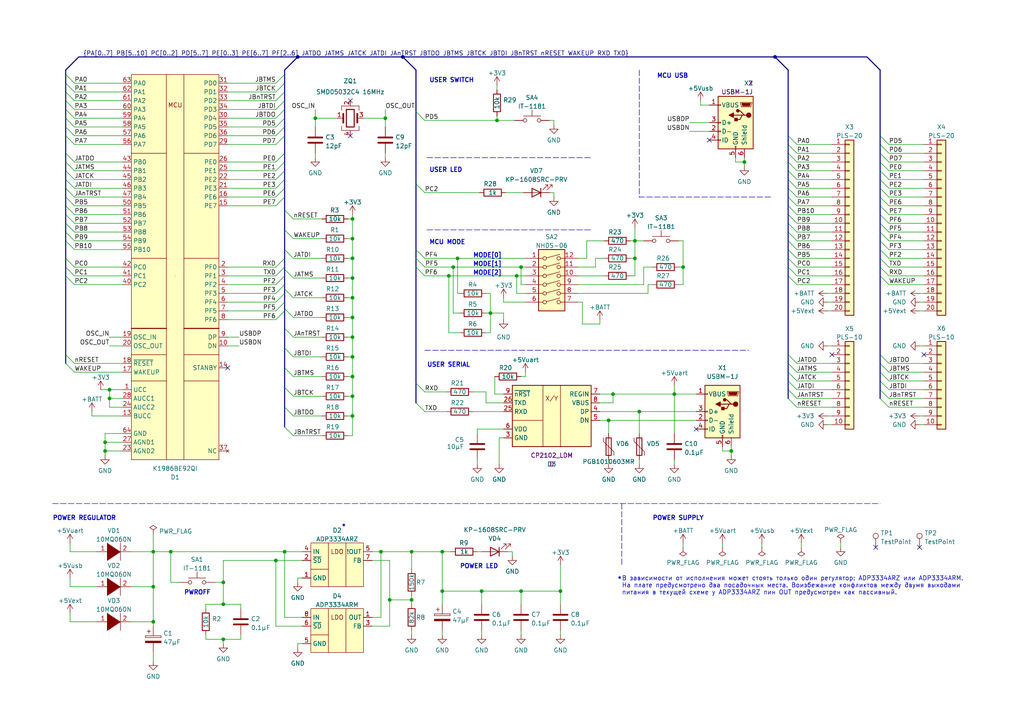
<source format=kicad_sch>
(kicad_sch (version 20211123) (generator eeschema)
  (paper "A4")
  (junction (at 64.77 168.91))
  (junction (at 31.75 115.57))
  (junction (at 30.48 128.27))
  (junction (at 185.42 119.38))
  (junction (at 102.235 80.645))
  (junction (at 82.55 160.02))
  (junction (at 149.86 80.01))
  (junction (at 49.53 160.02))
  (junction (at 102.235 103.505))
  (junction (at 139.7 171.45))
  (junction (at 224.79 16.51))
  (junction (at 102.235 97.79))
  (junction (at 144.145 34.925))
  (junction (at 102.235 86.36))
  (junction (at 91.44 34.29))
  (junction (at 102.235 120.65))
  (junction (at 119.38 173.99))
  (junction (at 102.235 114.935))
  (junction (at 31.75 113.03))
  (junction (at 151.13 77.47))
  (junction (at 184.15 74.93))
  (junction (at 30.48 130.81))
  (junction (at 128.27 160.02))
  (junction (at 212.09 130.81))
  (junction (at 102.235 74.93))
  (junction (at 215.9 46.99))
  (junction (at 64.77 175.26))
  (junction (at 184.15 69.85))
  (junction (at 80.01 162.56))
  (junction (at 198.12 77.47))
  (junction (at 102.235 109.22))
  (junction (at 151.13 171.45))
  (junction (at 195.58 114.3))
  (junction (at 162.56 171.45))
  (junction (at 44.45 160.02))
  (junction (at 44.45 170.18))
  (junction (at 64.77 185.42))
  (junction (at 86.36 16.51))
  (junction (at 102.235 63.5))
  (junction (at 110.49 160.02))
  (junction (at 132.715 74.93))
  (junction (at 119.38 160.02))
  (junction (at 131.445 77.47))
  (junction (at 111.76 34.29))
  (junction (at 102.235 69.215))
  (junction (at 113.03 173.99))
  (junction (at 44.45 180.34))
  (junction (at 177.8 114.3))
  (junction (at 142.24 90.805))
  (junction (at 176.53 121.92))
  (junction (at 128.27 171.45))
  (junction (at 102.235 92.075))
  (junction (at 116.84 16.51))
  (junction (at 130.175 80.01))
  (no_connect (at 267.97 102.87))
  (no_connect (at 241.3 102.87))
  (no_connect (at 101.6 29.21))
  (no_connect (at 101.6 39.37))
  (no_connect (at 205.74 40.64))
  (no_connect (at 266.7 158.75))
  (no_connect (at 254 158.75))
  (no_connect (at 201.93 124.46))
  (no_connect (at 66.04 106.68))
  (bus_entry (at 120.65 53.34) (size 2.54 2.54))
  (bus_entry (at 231.14 107.95) (size -2.54 -2.54))
  (bus_entry (at 80.01 85.09) (size 2.54 -2.54))
  (bus_entry (at 80.01 52.07) (size 2.54 -2.54))
  (bus_entry (at 80.01 31.75) (size 2.54 -2.54))
  (bus_entry (at 257.81 118.11) (size -2.54 -2.54))
  (bus_entry (at 231.14 74.93) (size -2.54 -2.54))
  (bus_entry (at 257.81 57.15) (size -2.54 -2.54))
  (bus_entry (at 257.81 77.47) (size -2.54 -2.54))
  (bus_entry (at 231.14 69.85) (size -2.54 -2.54))
  (bus_entry (at 257.81 52.07) (size -2.54 -2.54))
  (bus_entry (at 80.01 24.13) (size 2.54 -2.54))
  (bus_entry (at 257.81 72.39) (size -2.54 -2.54))
  (bus_entry (at 231.14 46.99) (size -2.54 -2.54))
  (bus_entry (at 257.81 44.45) (size -2.54 -2.54))
  (bus_entry (at 82.55 95.25) (size 2.54 2.54))
  (bus_entry (at 82.55 100.965) (size 2.54 2.54))
  (bus_entry (at 82.55 123.825) (size 2.54 2.54))
  (bus_entry (at 82.55 118.11) (size 2.54 2.54))
  (bus_entry (at 82.55 112.395) (size 2.54 2.54))
  (bus_entry (at 82.55 106.68) (size 2.54 2.54))
  (bus_entry (at 82.55 89.535) (size 2.54 2.54))
  (bus_entry (at 82.55 83.82) (size 2.54 2.54))
  (bus_entry (at 82.55 78.105) (size 2.54 2.54))
  (bus_entry (at 82.55 72.39) (size 2.54 2.54))
  (bus_entry (at 82.55 66.675) (size 2.54 2.54))
  (bus_entry (at 82.55 60.96) (size 2.54 2.54))
  (bus_entry (at 257.81 64.77) (size -2.54 -2.54))
  (bus_entry (at 231.14 54.61) (size -2.54 -2.54))
  (bus_entry (at 80.01 90.17) (size 2.54 -2.54))
  (bus_entry (at 120.65 32.385) (size 2.54 2.54))
  (bus_entry (at 80.01 46.99) (size 2.54 -2.54))
  (bus_entry (at 257.81 113.03) (size -2.54 -2.54))
  (bus_entry (at 257.81 82.55) (size -2.54 -2.54))
  (bus_entry (at 231.14 77.47) (size -2.54 -2.54))
  (bus_entry (at 257.81 105.41) (size -2.54 -2.54))
  (bus_entry (at 257.81 62.23) (size -2.54 -2.54))
  (bus_entry (at 120.65 77.47) (size 2.54 2.54))
  (bus_entry (at 257.81 46.99) (size -2.54 -2.54))
  (bus_entry (at 257.81 69.85) (size -2.54 -2.54))
  (bus_entry (at 80.01 41.91) (size 2.54 -2.54))
  (bus_entry (at 231.14 72.39) (size -2.54 -2.54))
  (bus_entry (at 80.01 49.53) (size 2.54 -2.54))
  (bus_entry (at 231.14 67.31) (size -2.54 -2.54))
  (bus_entry (at 19.05 74.93) (size 2.54 2.54))
  (bus_entry (at 19.05 69.85) (size 2.54 2.54))
  (bus_entry (at 19.05 80.01) (size 2.54 2.54))
  (bus_entry (at 19.05 77.47) (size 2.54 2.54))
  (bus_entry (at 19.05 67.31) (size 2.54 2.54))
  (bus_entry (at 19.05 64.77) (size 2.54 2.54))
  (bus_entry (at 19.05 62.23) (size 2.54 2.54))
  (bus_entry (at 19.05 59.69) (size 2.54 2.54))
  (bus_entry (at 19.05 57.15) (size 2.54 2.54))
  (bus_entry (at 19.05 54.61) (size 2.54 2.54))
  (bus_entry (at 19.05 52.07) (size 2.54 2.54))
  (bus_entry (at 19.05 49.53) (size 2.54 2.54))
  (bus_entry (at 19.05 46.99) (size 2.54 2.54))
  (bus_entry (at 19.05 44.45) (size 2.54 2.54))
  (bus_entry (at 231.14 113.03) (size -2.54 -2.54))
  (bus_entry (at 120.65 116.84) (size 2.54 2.54))
  (bus_entry (at 257.81 107.95) (size -2.54 -2.54))
  (bus_entry (at 80.01 59.69) (size 2.54 -2.54))
  (bus_entry (at 80.01 87.63) (size 2.54 -2.54))
  (bus_entry (at 231.14 57.15) (size -2.54 -2.54))
  (bus_entry (at 120.65 111.125) (size 2.54 2.54))
  (bus_entry (at 231.14 64.77) (size -2.54 -2.54))
  (bus_entry (at 257.81 41.91) (size -2.54 -2.54))
  (bus_entry (at 80.01 54.61) (size 2.54 -2.54))
  (bus_entry (at 257.81 67.31) (size -2.54 -2.54))
  (bus_entry (at 19.05 26.67) (size 2.54 2.54))
  (bus_entry (at 19.05 24.13) (size 2.54 2.54))
  (bus_entry (at 19.05 21.59) (size 2.54 2.54))
  (bus_entry (at 19.05 39.37) (size 2.54 2.54))
  (bus_entry (at 19.05 36.83) (size 2.54 2.54))
  (bus_entry (at 19.05 34.29) (size 2.54 2.54))
  (bus_entry (at 19.05 31.75) (size 2.54 2.54))
  (bus_entry (at 19.05 29.21) (size 2.54 2.54))
  (bus_entry (at 231.14 41.91) (size -2.54 -2.54))
  (bus_entry (at 257.81 110.49) (size -2.54 -2.54))
  (bus_entry (at 80.01 82.55) (size 2.54 -2.54))
  (bus_entry (at 257.81 49.53) (size -2.54 -2.54))
  (bus_entry (at 231.14 62.23) (size -2.54 -2.54))
  (bus_entry (at 80.01 92.71) (size 2.54 -2.54))
  (bus_entry (at 231.14 49.53) (size -2.54 -2.54))
  (bus_entry (at 231.14 44.45) (size -2.54 -2.54))
  (bus_entry (at 120.65 74.93) (size 2.54 2.54))
  (bus_entry (at 120.65 72.39) (size 2.54 2.54))
  (bus_entry (at 80.01 26.67) (size 2.54 -2.54))
  (bus_entry (at 231.14 82.55) (size -2.54 -2.54))
  (bus_entry (at 257.81 80.01) (size -2.54 -2.54))
  (bus_entry (at 80.01 77.47) (size 2.54 -2.54))
  (bus_entry (at 231.14 52.07) (size -2.54 -2.54))
  (bus_entry (at 231.14 115.57) (size -2.54 -2.54))
  (bus_entry (at 80.01 39.37) (size 2.54 -2.54))
  (bus_entry (at 80.01 36.83) (size 2.54 -2.54))
  (bus_entry (at 231.14 80.01) (size -2.54 -2.54))
  (bus_entry (at 80.01 80.01) (size 2.54 -2.54))
  (bus_entry (at 257.81 74.93) (size -2.54 -2.54))
  (bus_entry (at 231.14 105.41) (size -2.54 -2.54))
  (bus_entry (at 257.81 54.61) (size -2.54 -2.54))
  (bus_entry (at 231.14 118.11) (size -2.54 -2.54))
  (bus_entry (at 231.14 110.49) (size -2.54 -2.54))
  (bus_entry (at 257.81 59.69) (size -2.54 -2.54))
  (bus_entry (at 257.81 115.57) (size -2.54 -2.54))
  (bus_entry (at 231.14 59.69) (size -2.54 -2.54))
  (bus_entry (at 19.05 105.41) (size 2.54 2.54))
  (bus_entry (at 19.05 102.87) (size 2.54 2.54))
  (bus_entry (at 80.01 29.21) (size 2.54 -2.54))
  (bus_entry (at 80.01 34.29) (size 2.54 -2.54))
  (bus_entry (at 80.01 57.15) (size 2.54 -2.54))
  (wire (pts (xy 21.59 41.91) (xy 35.56 41.91)))
  (wire (pts (xy 100.965 114.935) (xy 102.235 114.935)))
  (wire (pts (xy 167.64 74.93) (xy 170.18 74.93)))
  (wire (pts (xy 257.81 46.99) (xy 267.97 46.99)))
  (bus (pts (xy 255.27 20.32) (xy 255.27 39.37)))
  (bus (pts (xy 120.65 53.34) (xy 120.65 72.39)))
  (wire (pts (xy 64.77 162.56) (xy 64.77 168.91)))
  (wire (pts (xy 30.48 128.27) (xy 30.48 125.73)))
  (wire (pts (xy 132.715 74.93) (xy 152.4 74.93)))
  (bus (pts (xy 255.27 69.85) (xy 255.27 72.39)))
  (bus (pts (xy 228.6 80.01) (xy 228.6 102.87)))
  (wire (pts (xy 139.7 182.88) (xy 139.7 184.15)))
  (wire (pts (xy 44.45 160.02) (xy 49.53 160.02)))
  (wire (pts (xy 203.2 30.48) (xy 205.74 30.48)))
  (bus (pts (xy 228.6 20.32) (xy 224.79 16.51)))
  (wire (pts (xy 26.67 120.65) (xy 35.56 120.65)))
  (wire (pts (xy 173.99 114.3) (xy 177.8 114.3)))
  (wire (pts (xy 59.69 175.26) (xy 64.77 175.26)))
  (wire (pts (xy 241.3 64.77) (xy 231.14 64.77)))
  (bus (pts (xy 255.27 102.87) (xy 255.27 105.41)))
  (wire (pts (xy 209.55 157.48) (xy 209.55 158.75)))
  (bus (pts (xy 228.6 62.23) (xy 228.6 64.77)))
  (wire (pts (xy 110.49 179.07) (xy 110.49 160.02)))
  (wire (pts (xy 195.58 111.76) (xy 195.58 114.3)))
  (wire (pts (xy 130.175 96.52) (xy 130.175 80.01)))
  (wire (pts (xy 85.09 69.215) (xy 93.345 69.215)))
  (wire (pts (xy 21.59 36.83) (xy 35.56 36.83)))
  (wire (pts (xy 113.03 173.99) (xy 113.03 162.56)))
  (wire (pts (xy 187.96 82.55) (xy 187.96 85.09)))
  (wire (pts (xy 49.53 160.02) (xy 82.55 160.02)))
  (wire (pts (xy 138.43 125.73) (xy 138.43 124.46)))
  (bus (pts (xy 255.27 80.01) (xy 255.27 102.87)))
  (wire (pts (xy 21.59 69.85) (xy 35.56 69.85)))
  (wire (pts (xy 102.235 62.23) (xy 102.235 63.5)))
  (bus (pts (xy 228.6 67.31) (xy 228.6 69.85)))
  (bus (pts (xy 19.05 49.53) (xy 19.05 46.99)))
  (wire (pts (xy 133.35 96.52) (xy 130.175 96.52)))
  (wire (pts (xy 257.81 110.49) (xy 267.97 110.49)))
  (wire (pts (xy 241.3 59.69) (xy 231.14 59.69)))
  (wire (pts (xy 146.05 127) (xy 144.78 127)))
  (wire (pts (xy 151.13 77.47) (xy 152.4 77.47)))
  (wire (pts (xy 102.235 74.93) (xy 102.235 69.215)))
  (wire (pts (xy 162.56 171.45) (xy 162.56 175.26)))
  (wire (pts (xy 241.3 74.93) (xy 231.14 74.93)))
  (wire (pts (xy 86.36 186.69) (xy 87.63 186.69)))
  (wire (pts (xy 85.09 103.505) (xy 93.345 103.505)))
  (wire (pts (xy 102.235 86.36) (xy 102.235 80.645)))
  (bus (pts (xy 255.27 46.99) (xy 255.27 49.53)))
  (bus (pts (xy 255.27 62.23) (xy 255.27 64.77)))
  (wire (pts (xy 102.235 109.22) (xy 102.235 103.505)))
  (wire (pts (xy 111.76 31.75) (xy 111.76 34.29)))
  (wire (pts (xy 21.59 107.95) (xy 35.56 107.95)))
  (bus (pts (xy 255.27 77.47) (xy 255.27 80.01)))
  (wire (pts (xy 184.15 69.85) (xy 186.69 69.85)))
  (wire (pts (xy 167.64 77.47) (xy 172.72 77.47)))
  (wire (pts (xy 241.3 115.57) (xy 231.14 115.57)))
  (wire (pts (xy 266.7 90.17) (xy 267.97 90.17)))
  (polyline (pts (xy 123.19 101.6) (xy 217.17 101.6)))
  (wire (pts (xy 266.7 120.65) (xy 267.97 120.65)))
  (bus (pts (xy 22.86 16.51) (xy 86.36 16.51)))
  (bus (pts (xy 228.6 102.87) (xy 228.6 105.41)))
  (polyline (pts (xy 180.34 146.05) (xy 180.34 163.83)))
  (wire (pts (xy 102.235 92.075) (xy 102.235 86.36)))
  (wire (pts (xy 203.2 29.21) (xy 203.2 30.48)))
  (bus (pts (xy 228.6 52.07) (xy 228.6 54.61)))
  (wire (pts (xy 200.025 38.1) (xy 205.74 38.1)))
  (bus (pts (xy 82.55 29.21) (xy 82.55 31.75)))
  (wire (pts (xy 215.9 45.72) (xy 215.9 46.99)))
  (bus (pts (xy 228.6 41.91) (xy 228.6 44.45)))
  (wire (pts (xy 167.64 87.63) (xy 168.91 87.63)))
  (wire (pts (xy 44.45 180.34) (xy 38.1 180.34)))
  (wire (pts (xy 21.59 49.53) (xy 35.56 49.53)))
  (wire (pts (xy 85.09 120.65) (xy 93.345 120.65)))
  (bus (pts (xy 19.05 67.31) (xy 19.05 64.77)))
  (bus (pts (xy 19.05 52.07) (xy 19.05 49.53)))
  (wire (pts (xy 128.27 160.02) (xy 128.27 171.45)))
  (wire (pts (xy 123.19 34.925) (xy 144.145 34.925)))
  (wire (pts (xy 149.86 80.01) (xy 152.4 80.01)))
  (wire (pts (xy 80.01 162.56) (xy 64.77 162.56)))
  (wire (pts (xy 151.13 82.55) (xy 151.13 77.47)))
  (wire (pts (xy 144.78 127) (xy 144.78 134.62)))
  (wire (pts (xy 85.09 97.79) (xy 93.345 97.79)))
  (wire (pts (xy 30.48 125.73) (xy 35.56 125.73)))
  (bus (pts (xy 82.55 118.11) (xy 82.55 123.825)))
  (wire (pts (xy 143.51 109.22) (xy 143.51 114.3)))
  (wire (pts (xy 144.145 24.765) (xy 144.145 26.035)))
  (wire (pts (xy 66.04 77.47) (xy 80.01 77.47)))
  (wire (pts (xy 241.3 80.01) (xy 231.14 80.01)))
  (bus (pts (xy 19.05 44.45) (xy 19.05 39.37)))
  (bus (pts (xy 19.05 80.01) (xy 19.05 102.87)))
  (wire (pts (xy 49.53 160.02) (xy 49.53 168.91)))
  (wire (pts (xy 139.7 171.45) (xy 151.13 171.45)))
  (wire (pts (xy 198.12 69.85) (xy 198.12 77.47)))
  (wire (pts (xy 66.04 97.79) (xy 69.342 97.79)))
  (wire (pts (xy 21.59 82.55) (xy 35.56 82.55)))
  (wire (pts (xy 147.32 160.02) (xy 148.59 160.02)))
  (wire (pts (xy 66.04 41.91) (xy 80.01 41.91)))
  (polyline (pts (xy 123.825 45.72) (xy 171.45 45.72)))
  (wire (pts (xy 177.8 114.3) (xy 195.58 114.3)))
  (wire (pts (xy 66.04 36.83) (xy 80.01 36.83)))
  (wire (pts (xy 241.3 49.53) (xy 231.14 49.53)))
  (wire (pts (xy 59.69 185.42) (xy 64.77 185.42)))
  (wire (pts (xy 186.69 77.47) (xy 186.69 82.55)))
  (wire (pts (xy 241.3 107.95) (xy 231.14 107.95)))
  (bus (pts (xy 255.27 39.37) (xy 255.27 41.91)))
  (bus (pts (xy 19.05 62.23) (xy 19.05 59.69)))
  (wire (pts (xy 85.09 114.935) (xy 93.345 114.935)))
  (wire (pts (xy 257.81 57.15) (xy 267.97 57.15)))
  (wire (pts (xy 212.09 129.54) (xy 212.09 130.81)))
  (bus (pts (xy 82.55 90.17) (xy 82.55 95.25)))
  (wire (pts (xy 119.38 172.72) (xy 119.38 173.99)))
  (bus (pts (xy 82.55 21.59) (xy 82.55 24.13)))
  (wire (pts (xy 85.09 109.22) (xy 93.345 109.22)))
  (bus (pts (xy 19.05 59.69) (xy 19.05 57.15)))
  (bus (pts (xy 228.6 54.61) (xy 228.6 57.15)))
  (bus (pts (xy 19.05 77.47) (xy 19.05 74.93)))
  (wire (pts (xy 21.59 52.07) (xy 35.56 52.07)))
  (wire (pts (xy 257.81 64.77) (xy 267.97 64.77)))
  (wire (pts (xy 102.235 103.505) (xy 102.235 97.79)))
  (wire (pts (xy 162.56 163.83) (xy 162.56 171.45)))
  (wire (pts (xy 149.225 34.925) (xy 144.145 34.925)))
  (wire (pts (xy 100.965 120.65) (xy 102.235 120.65)))
  (wire (pts (xy 149.86 85.09) (xy 149.86 80.01)))
  (bus (pts (xy 228.6 39.37) (xy 228.6 41.91)))
  (bus (pts (xy 255.27 67.31) (xy 255.27 69.85)))
  (wire (pts (xy 38.1 170.18) (xy 44.45 170.18)))
  (bus (pts (xy 82.55 80.01) (xy 82.55 82.55)))
  (bus (pts (xy 120.65 74.93) (xy 120.65 77.47)))
  (wire (pts (xy 20.32 160.02) (xy 27.94 160.02)))
  (bus (pts (xy 228.6 64.77) (xy 228.6 67.31)))
  (wire (pts (xy 123.19 74.93) (xy 132.715 74.93)))
  (wire (pts (xy 167.64 85.09) (xy 187.96 85.09)))
  (wire (pts (xy 173.99 92.71) (xy 173.99 93.98)))
  (wire (pts (xy 30.48 128.27) (xy 35.56 128.27)))
  (bus (pts (xy 19.05 57.15) (xy 19.05 54.61)))
  (bus (pts (xy 228.6 44.45) (xy 228.6 46.99)))
  (wire (pts (xy 198.12 157.48) (xy 198.12 158.75)))
  (wire (pts (xy 195.58 133.35) (xy 195.58 134.62)))
  (bus (pts (xy 19.05 21.59) (xy 19.05 20.32)))
  (wire (pts (xy 241.3 62.23) (xy 231.14 62.23)))
  (wire (pts (xy 20.32 177.8) (xy 20.32 180.34)))
  (wire (pts (xy 241.3 77.47) (xy 231.14 77.47)))
  (wire (pts (xy 143.51 114.3) (xy 146.05 114.3)))
  (wire (pts (xy 85.09 86.36) (xy 93.345 86.36)))
  (wire (pts (xy 102.235 114.935) (xy 102.235 109.22)))
  (wire (pts (xy 91.44 31.75) (xy 91.44 34.29)))
  (bus (pts (xy 255.27 54.61) (xy 255.27 57.15)))
  (bus (pts (xy 82.55 66.675) (xy 82.55 72.39)))
  (bus (pts (xy 120.65 72.39) (xy 120.65 74.93)))
  (wire (pts (xy 85.09 74.93) (xy 93.345 74.93)))
  (wire (pts (xy 86.36 168.91) (xy 86.36 167.64)))
  (wire (pts (xy 119.38 160.02) (xy 119.38 165.1)))
  (wire (pts (xy 241.3 54.61) (xy 231.14 54.61)))
  (wire (pts (xy 196.85 82.55) (xy 198.12 82.55)))
  (wire (pts (xy 266.7 85.09) (xy 267.97 85.09)))
  (bus (pts (xy 82.55 72.39) (xy 82.55 74.93)))
  (wire (pts (xy 123.19 55.88) (xy 139.065 55.88)))
  (bus (pts (xy 255.27 57.15) (xy 255.27 59.69)))
  (wire (pts (xy 257.81 41.91) (xy 267.97 41.91)))
  (wire (pts (xy 44.45 170.18) (xy 44.45 180.34)))
  (wire (pts (xy 21.59 80.01) (xy 35.56 80.01)))
  (wire (pts (xy 131.445 77.47) (xy 131.445 90.805)))
  (wire (pts (xy 128.27 171.45) (xy 139.7 171.45)))
  (wire (pts (xy 137.16 113.665) (xy 140.97 113.665)))
  (bus (pts (xy 19.05 39.37) (xy 19.05 36.83)))
  (wire (pts (xy 240.03 120.65) (xy 241.3 120.65)))
  (wire (pts (xy 111.76 34.29) (xy 111.76 36.83)))
  (wire (pts (xy 100.965 63.5) (xy 102.235 63.5)))
  (wire (pts (xy 266.7 87.63) (xy 267.97 87.63)))
  (bus (pts (xy 19.05 24.13) (xy 19.05 21.59)))
  (wire (pts (xy 119.38 182.88) (xy 119.38 184.15)))
  (wire (pts (xy 241.3 46.99) (xy 231.14 46.99)))
  (wire (pts (xy 21.59 72.39) (xy 35.56 72.39)))
  (wire (pts (xy 173.99 116.84) (xy 177.8 116.84)))
  (wire (pts (xy 146.685 55.88) (xy 151.765 55.88)))
  (wire (pts (xy 176.53 121.92) (xy 173.99 121.92)))
  (bus (pts (xy 82.55 87.63) (xy 82.55 89.535)))
  (wire (pts (xy 128.27 182.88) (xy 128.27 184.15)))
  (wire (pts (xy 212.09 130.81) (xy 212.09 132.08)))
  (wire (pts (xy 137.16 119.38) (xy 146.05 119.38)))
  (wire (pts (xy 241.3 72.39) (xy 231.14 72.39)))
  (wire (pts (xy 66.04 57.15) (xy 80.01 57.15)))
  (bus (pts (xy 228.6 46.99) (xy 228.6 49.53)))
  (bus (pts (xy 228.6 107.95) (xy 228.6 110.49)))
  (bus (pts (xy 82.55 49.53) (xy 82.55 52.07)))
  (wire (pts (xy 209.55 130.81) (xy 212.09 130.81)))
  (wire (pts (xy 133.35 85.09) (xy 132.715 85.09)))
  (wire (pts (xy 146.05 90.805) (xy 142.24 90.805)))
  (bus (pts (xy 82.55 46.99) (xy 82.55 49.53)))
  (wire (pts (xy 146.05 86.36) (xy 146.05 87.63)))
  (wire (pts (xy 131.445 77.47) (xy 151.13 77.47)))
  (wire (pts (xy 123.19 119.38) (xy 129.54 119.38)))
  (wire (pts (xy 21.59 105.41) (xy 35.56 105.41)))
  (wire (pts (xy 21.59 77.47) (xy 35.56 77.47)))
  (bus (pts (xy 19.05 29.21) (xy 19.05 26.67)))
  (bus (pts (xy 82.55 74.93) (xy 82.55 77.47)))
  (wire (pts (xy 66.04 24.13) (xy 80.01 24.13)))
  (polyline (pts (xy 123.825 66.675) (xy 171.45 66.675)))
  (wire (pts (xy 257.81 77.47) (xy 267.97 77.47)))
  (wire (pts (xy 110.49 160.02) (xy 107.95 160.02)))
  (wire (pts (xy 21.59 34.29) (xy 35.56 34.29)))
  (wire (pts (xy 31.75 118.11) (xy 31.75 115.57)))
  (wire (pts (xy 100.965 74.93) (xy 102.235 74.93)))
  (bus (pts (xy 82.55 100.965) (xy 82.55 106.68)))
  (wire (pts (xy 100.965 97.79) (xy 102.235 97.79)))
  (wire (pts (xy 138.43 124.46) (xy 146.05 124.46)))
  (wire (pts (xy 21.59 29.21) (xy 35.56 29.21)))
  (wire (pts (xy 85.09 126.365) (xy 93.345 126.365)))
  (wire (pts (xy 107.95 181.61) (xy 113.03 181.61)))
  (wire (pts (xy 59.69 184.15) (xy 59.69 185.42)))
  (wire (pts (xy 123.19 113.665) (xy 129.54 113.665)))
  (wire (pts (xy 142.24 90.805) (xy 142.24 96.52)))
  (wire (pts (xy 213.36 45.72) (xy 213.36 46.99)))
  (bus (pts (xy 228.6 59.69) (xy 228.6 62.23)))
  (wire (pts (xy 241.3 105.41) (xy 231.14 105.41)))
  (wire (pts (xy 128.27 171.45) (xy 128.27 175.26)))
  (wire (pts (xy 176.53 125.73) (xy 176.53 121.92)))
  (wire (pts (xy 243.84 157.48) (xy 243.84 158.75)))
  (wire (pts (xy 80.01 181.61) (xy 80.01 162.56)))
  (wire (pts (xy 69.85 184.15) (xy 69.85 185.42)))
  (bus (pts (xy 255.27 20.32) (xy 251.46 16.51)))
  (wire (pts (xy 66.04 90.17) (xy 80.01 90.17)))
  (bus (pts (xy 255.27 52.07) (xy 255.27 54.61)))
  (wire (pts (xy 66.04 82.55) (xy 80.01 82.55)))
  (wire (pts (xy 176.53 121.92) (xy 201.93 121.92)))
  (wire (pts (xy 69.85 175.26) (xy 69.85 176.53)))
  (wire (pts (xy 182.88 74.93) (xy 184.15 74.93)))
  (wire (pts (xy 20.32 167.64) (xy 20.32 170.18)))
  (wire (pts (xy 31.75 113.03) (xy 35.56 113.03)))
  (wire (pts (xy 119.38 173.99) (xy 119.38 175.26)))
  (bus (pts (xy 255.27 113.03) (xy 255.27 115.57)))
  (wire (pts (xy 31.75 115.57) (xy 35.56 115.57)))
  (bus (pts (xy 82.55 95.25) (xy 82.55 100.965)))
  (wire (pts (xy 151.13 171.45) (xy 162.56 171.45)))
  (wire (pts (xy 241.3 69.85) (xy 231.14 69.85)))
  (wire (pts (xy 21.59 59.69) (xy 35.56 59.69)))
  (wire (pts (xy 152.4 82.55) (xy 151.13 82.55)))
  (wire (pts (xy 31.75 100.33) (xy 35.56 100.33)))
  (wire (pts (xy 113.03 173.99) (xy 119.38 173.99)))
  (wire (pts (xy 87.63 179.07) (xy 82.55 179.07)))
  (wire (pts (xy 196.85 77.47) (xy 198.12 77.47)))
  (bus (pts (xy 19.05 34.29) (xy 19.05 31.75)))
  (wire (pts (xy 209.55 129.54) (xy 209.55 130.81)))
  (wire (pts (xy 172.72 77.47) (xy 172.72 74.93)))
  (bus (pts (xy 255.27 64.77) (xy 255.27 67.31)))
  (wire (pts (xy 21.59 24.13) (xy 35.56 24.13)))
  (wire (pts (xy 87.63 162.56) (xy 80.01 162.56)))
  (wire (pts (xy 213.36 46.99) (xy 215.9 46.99)))
  (bus (pts (xy 82.55 60.96) (xy 82.55 66.675)))
  (bus (pts (xy 228.6 113.03) (xy 228.6 115.57)))
  (bus (pts (xy 255.27 59.69) (xy 255.27 62.23)))
  (bus (pts (xy 19.05 69.85) (xy 19.05 67.31)))
  (wire (pts (xy 177.8 116.84) (xy 177.8 114.3)))
  (bus (pts (xy 82.55 89.535) (xy 82.55 90.17)))
  (wire (pts (xy 82.55 160.02) (xy 87.63 160.02)))
  (bus (pts (xy 86.36 16.51) (xy 116.84 16.51)))
  (bus (pts (xy 82.55 31.75) (xy 82.55 34.29)))
  (wire (pts (xy 38.1 160.02) (xy 44.45 160.02)))
  (wire (pts (xy 64.77 185.42) (xy 69.85 185.42)))
  (wire (pts (xy 241.3 57.15) (xy 231.14 57.15)))
  (wire (pts (xy 66.04 52.07) (xy 80.01 52.07)))
  (wire (pts (xy 240.03 123.19) (xy 241.3 123.19)))
  (wire (pts (xy 167.64 82.55) (xy 186.69 82.55)))
  (wire (pts (xy 257.81 52.07) (xy 267.97 52.07)))
  (bus (pts (xy 116.84 16.51) (xy 224.79 16.51)))
  (bus (pts (xy 120.65 77.47) (xy 120.65 111.125)))
  (bus (pts (xy 82.55 44.45) (xy 82.55 46.99)))
  (bus (pts (xy 255.27 41.91) (xy 255.27 44.45)))
  (wire (pts (xy 138.43 133.35) (xy 138.43 134.62)))
  (bus (pts (xy 19.05 26.67) (xy 19.05 24.13)))
  (wire (pts (xy 140.97 116.84) (xy 146.05 116.84)))
  (bus (pts (xy 82.55 57.15) (xy 82.55 60.96)))
  (wire (pts (xy 20.32 157.48) (xy 20.32 160.02)))
  (wire (pts (xy 91.44 34.29) (xy 91.44 36.83)))
  (wire (pts (xy 26.67 119.38) (xy 26.67 120.65)))
  (wire (pts (xy 257.81 82.55) (xy 267.97 82.55)))
  (polyline (pts (xy 185.42 20.32) (xy 185.42 57.15)))
  (wire (pts (xy 110.49 160.02) (xy 119.38 160.02)))
  (wire (pts (xy 21.59 67.31) (xy 35.56 67.31)))
  (wire (pts (xy 20.32 170.18) (xy 27.94 170.18)))
  (wire (pts (xy 66.04 26.67) (xy 80.01 26.67)))
  (wire (pts (xy 85.09 63.5) (xy 93.345 63.5)))
  (wire (pts (xy 257.81 115.57) (xy 267.97 115.57)))
  (wire (pts (xy 66.04 100.33) (xy 69.342 100.33)))
  (wire (pts (xy 257.81 118.11) (xy 267.97 118.11)))
  (wire (pts (xy 66.04 85.09) (xy 80.01 85.09)))
  (wire (pts (xy 86.36 167.64) (xy 87.63 167.64)))
  (bus (pts (xy 120.65 20.32) (xy 120.65 32.385)))
  (wire (pts (xy 31.75 97.79) (xy 35.56 97.79)))
  (wire (pts (xy 102.235 97.79) (xy 102.235 92.075)))
  (wire (pts (xy 241.3 41.91) (xy 231.14 41.91)))
  (wire (pts (xy 257.81 69.85) (xy 267.97 69.85)))
  (wire (pts (xy 21.59 64.77) (xy 35.56 64.77)))
  (bus (pts (xy 255.27 110.49) (xy 255.27 113.03)))
  (bus (pts (xy 19.05 20.32) (xy 22.86 16.51)))
  (wire (pts (xy 66.04 46.99) (xy 80.01 46.99)))
  (wire (pts (xy 185.42 119.38) (xy 185.42 125.73)))
  (wire (pts (xy 113.03 181.61) (xy 113.03 173.99)))
  (wire (pts (xy 240.03 85.09) (xy 241.3 85.09)))
  (wire (pts (xy 152.4 85.09) (xy 149.86 85.09)))
  (bus (pts (xy 255.27 72.39) (xy 255.27 74.93)))
  (wire (pts (xy 184.15 66.04) (xy 184.15 69.85)))
  (bus (pts (xy 82.55 29.21) (xy 82.55 26.67)))
  (bus (pts (xy 82.55 20.32) (xy 82.55 21.59)))
  (wire (pts (xy 21.59 62.23) (xy 35.56 62.23)))
  (bus (pts (xy 255.27 49.53) (xy 255.27 52.07)))
  (bus (pts (xy 228.6 69.85) (xy 228.6 72.39)))
  (wire (pts (xy 184.15 74.93) (xy 184.15 80.01)))
  (bus (pts (xy 82.55 39.37) (xy 82.55 44.45)))
  (wire (pts (xy 198.12 82.55) (xy 198.12 77.47)))
  (wire (pts (xy 44.45 154.94) (xy 44.45 160.02)))
  (wire (pts (xy 87.63 181.61) (xy 80.01 181.61)))
  (wire (pts (xy 148.59 160.02) (xy 148.59 161.29)))
  (wire (pts (xy 170.18 74.93) (xy 170.18 69.85)))
  (wire (pts (xy 146.05 87.63) (xy 152.4 87.63)))
  (wire (pts (xy 140.97 96.52) (xy 142.24 96.52)))
  (wire (pts (xy 30.48 132.08) (xy 30.48 130.81)))
  (wire (pts (xy 102.235 80.645) (xy 102.235 74.93)))
  (bus (pts (xy 19.05 31.75) (xy 19.05 29.21)))
  (bus (pts (xy 19.05 54.61) (xy 19.05 52.07)))
  (wire (pts (xy 266.7 100.33) (xy 267.97 100.33)))
  (bus (pts (xy 82.55 34.29) (xy 82.55 36.83)))
  (wire (pts (xy 66.04 39.37) (xy 80.01 39.37)))
  (bus (pts (xy 224.79 16.51) (xy 251.46 16.51)))
  (wire (pts (xy 111.76 44.45) (xy 111.76 45.72)))
  (polyline (pts (xy 15.24 146.05) (xy 255.27 146.05)))
  (wire (pts (xy 232.41 157.48) (xy 232.41 158.75)))
  (wire (pts (xy 240.03 90.17) (xy 241.3 90.17)))
  (wire (pts (xy 123.19 77.47) (xy 131.445 77.47)))
  (wire (pts (xy 142.24 90.805) (xy 142.24 85.09)))
  (bus (pts (xy 82.55 106.68) (xy 82.55 112.395)))
  (wire (pts (xy 215.9 46.99) (xy 215.9 48.26)))
  (bus (pts (xy 19.05 105.41) (xy 19.05 102.87)))
  (wire (pts (xy 200.025 35.56) (xy 205.74 35.56)))
  (wire (pts (xy 257.81 80.01) (xy 267.97 80.01)))
  (wire (pts (xy 257.81 44.45) (xy 267.97 44.45)))
  (wire (pts (xy 168.91 87.63) (xy 168.91 93.98)))
  (bus (pts (xy 255.27 74.93) (xy 255.27 77.47)))
  (wire (pts (xy 100.965 109.22) (xy 102.235 109.22)))
  (wire (pts (xy 82.55 179.07) (xy 82.55 160.02)))
  (wire (pts (xy 59.69 176.53) (xy 59.69 175.26)))
  (wire (pts (xy 257.81 59.69) (xy 267.97 59.69)))
  (wire (pts (xy 257.81 49.53) (xy 267.97 49.53)))
  (wire (pts (xy 20.32 180.34) (xy 27.94 180.34)))
  (wire (pts (xy 241.3 52.07) (xy 231.14 52.07)))
  (bus (pts (xy 228.6 77.47) (xy 228.6 80.01)))
  (wire (pts (xy 146.05 92.71) (xy 146.05 90.805)))
  (wire (pts (xy 85.09 80.645) (xy 93.345 80.645)))
  (wire (pts (xy 160.655 34.925) (xy 160.655 36.195)))
  (wire (pts (xy 257.81 67.31) (xy 267.97 67.31)))
  (wire (pts (xy 182.88 69.85) (xy 184.15 69.85)))
  (wire (pts (xy 220.98 157.48) (xy 220.98 158.75)))
  (wire (pts (xy 21.59 31.75) (xy 35.56 31.75)))
  (wire (pts (xy 62.23 168.91) (xy 64.77 168.91)))
  (wire (pts (xy 100.965 86.36) (xy 102.235 86.36)))
  (bus (pts (xy 82.55 83.82) (xy 82.55 85.09)))
  (bus (pts (xy 82.55 52.07) (xy 82.55 54.61)))
  (wire (pts (xy 176.53 133.35) (xy 176.53 134.62)))
  (bus (pts (xy 82.55 77.47) (xy 82.55 78.105)))
  (wire (pts (xy 107.95 179.07) (xy 110.49 179.07)))
  (bus (pts (xy 82.55 85.09) (xy 82.55 87.63)))
  (wire (pts (xy 44.45 160.02) (xy 44.45 170.18)))
  (bus (pts (xy 19.05 80.01) (xy 19.05 77.47)))
  (wire (pts (xy 185.42 133.35) (xy 185.42 134.62)))
  (bus (pts (xy 120.65 20.32) (xy 116.84 16.51)))
  (wire (pts (xy 21.59 39.37) (xy 35.56 39.37)))
  (wire (pts (xy 257.81 62.23) (xy 267.97 62.23)))
  (wire (pts (xy 138.43 160.02) (xy 139.7 160.02)))
  (wire (pts (xy 257.81 54.61) (xy 267.97 54.61)))
  (wire (pts (xy 140.97 85.09) (xy 142.24 85.09)))
  (wire (pts (xy 44.45 189.23) (xy 44.45 191.77)))
  (bus (pts (xy 228.6 74.93) (xy 228.6 77.47)))
  (wire (pts (xy 266.7 123.19) (xy 267.97 123.19)))
  (wire (pts (xy 195.58 125.73) (xy 195.58 114.3)))
  (wire (pts (xy 151.13 171.45) (xy 151.13 175.26)))
  (bus (pts (xy 82.55 36.83) (xy 82.55 39.37)))
  (wire (pts (xy 240.03 87.63) (xy 241.3 87.63)))
  (wire (pts (xy 160.655 55.88) (xy 160.655 57.15)))
  (wire (pts (xy 21.59 46.99) (xy 35.56 46.99)))
  (wire (pts (xy 64.77 175.26) (xy 69.85 175.26)))
  (wire (pts (xy 91.44 44.45) (xy 91.44 45.72)))
  (bus (pts (xy 82.55 78.105) (xy 82.55 80.01)))
  (bus (pts (xy 19.05 36.83) (xy 19.05 34.29)))
  (wire (pts (xy 139.7 171.45) (xy 139.7 175.26)))
  (bus (pts (xy 255.27 44.45) (xy 255.27 46.99)))
  (bus (pts (xy 120.65 32.385) (xy 120.65 53.34)))
  (wire (pts (xy 152.4 109.22) (xy 152.4 107.95)))
  (bus (pts (xy 228.6 105.41) (xy 228.6 107.95)))
  (wire (pts (xy 29.21 113.03) (xy 31.75 113.03)))
  (wire (pts (xy 133.35 90.805) (xy 131.445 90.805)))
  (bus (pts (xy 82.55 24.13) (xy 82.55 26.67)))
  (wire (pts (xy 195.58 114.3) (xy 201.93 114.3)))
  (wire (pts (xy 241.3 82.55) (xy 231.14 82.55)))
  (wire (pts (xy 113.03 162.56) (xy 107.95 162.56)))
  (wire (pts (xy 144.145 34.925) (xy 144.145 33.655)))
  (bus (pts (xy 255.27 105.41) (xy 255.27 107.95)))
  (wire (pts (xy 100.965 69.215) (xy 102.235 69.215)))
  (wire (pts (xy 257.81 72.39) (xy 267.97 72.39)))
  (wire (pts (xy 102.235 126.365) (xy 102.235 120.65)))
  (wire (pts (xy 128.27 160.02) (xy 130.81 160.02)))
  (wire (pts (xy 66.04 80.01) (xy 80.01 80.01)))
  (wire (pts (xy 85.09 92.075) (xy 93.345 92.075)))
  (bus (pts (xy 82.55 54.61) (xy 82.55 57.15)))
  (bus (pts (xy 228.6 20.32) (xy 228.6 39.37)))
  (wire (pts (xy 30.48 130.81) (xy 30.48 128.27)))
  (wire (pts (xy 159.385 34.925) (xy 160.655 34.925)))
  (wire (pts (xy 102.235 120.65) (xy 102.235 114.935)))
  (wire (pts (xy 151.13 182.88) (xy 151.13 184.15)))
  (wire (pts (xy 21.59 54.61) (xy 35.56 54.61)))
  (wire (pts (xy 35.56 118.11) (xy 31.75 118.11)))
  (polyline (pts (xy 223.52 57.15) (xy 185.42 57.15)))
  (wire (pts (xy 189.23 77.47) (xy 186.69 77.47)))
  (wire (pts (xy 185.42 119.38) (xy 201.93 119.38)))
  (wire (pts (xy 257.81 107.95) (xy 267.97 107.95)))
  (wire (pts (xy 184.15 69.85) (xy 184.15 74.93)))
  (wire (pts (xy 100.965 80.645) (xy 102.235 80.645)))
  (wire (pts (xy 66.04 29.21) (xy 80.01 29.21)))
  (wire (pts (xy 64.77 168.91) (xy 64.77 175.26)))
  (wire (pts (xy 66.04 87.63) (xy 80.01 87.63)))
  (wire (pts (xy 21.59 57.15) (xy 35.56 57.15)))
  (bus (pts (xy 228.6 57.15) (xy 228.6 59.69)))
  (bus (pts (xy 82.55 82.55) (xy 82.55 83.82)))
  (wire (pts (xy 257.81 74.93) (xy 267.97 74.93)))
  (wire (pts (xy 128.27 160.02) (xy 119.38 160.02)))
  (wire (pts (xy 100.965 92.075) (xy 102.235 92.075)))
  (wire (pts (xy 66.04 31.75) (xy 80.01 31.75)))
  (wire (pts (xy 100.965 103.505) (xy 102.235 103.505)))
  (wire (pts (xy 189.23 82.55) (xy 187.96 82.55)))
  (wire (pts (xy 173.99 119.38) (xy 185.42 119.38)))
  (wire (pts (xy 241.3 44.45) (xy 231.14 44.45)))
  (wire (pts (xy 66.04 34.29) (xy 80.01 34.29)))
  (wire (pts (xy 170.18 69.85) (xy 175.26 69.85)))
  (wire (pts (xy 241.3 110.49) (xy 231.14 110.49)))
  (wire (pts (xy 172.72 74.93) (xy 175.26 74.93)))
  (wire (pts (xy 30.48 130.81) (xy 35.56 130.81)))
  (bus (pts (xy 228.6 110.49) (xy 228.6 113.03)))
  (wire (pts (xy 130.175 80.01) (xy 149.86 80.01)))
  (wire (pts (xy 182.88 80.01) (xy 184.15 80.01)))
  (wire (pts (xy 257.81 113.03) (xy 267.97 113.03)))
  (wire (pts (xy 132.715 74.93) (xy 132.715 85.09)))
  (wire (pts (xy 159.385 55.88) (xy 160.655 55.88)))
  (wire (pts (xy 241.3 113.03) (xy 231.14 113.03)))
  (wire (pts (xy 66.04 59.69) (xy 80.01 59.69)))
  (wire (pts (xy 241.3 118.11) (xy 231.14 118.11)))
  (wire (pts (xy 105.41 34.29) (xy 111.76 34.29)))
  (bus (pts (xy 120.65 111.125) (xy 120.65 116.84)))
  (wire (pts (xy 31.75 115.57) (xy 31.75 113.03)))
  (wire (pts (xy 86.36 187.96) (xy 86.36 186.69)))
  (wire (pts (xy 162.56 182.88) (xy 162.56 184.15)))
  (wire (pts (xy 196.85 69.85) (xy 198.12 69.85)))
  (bus (pts (xy 19.05 46.99) (xy 19.05 44.45)))
  (wire (pts (xy 167.64 80.01) (xy 175.26 80.01)))
  (bus (pts (xy 82.55 20.32) (xy 86.36 16.51)))
  (wire (pts (xy 123.19 80.01) (xy 130.175 80.01)))
  (wire (pts (xy 66.04 49.53) (xy 80.01 49.53)))
  (wire (pts (xy 52.07 168.91) (xy 49.53 168.91)))
  (wire (pts (xy 100.965 126.365) (xy 102.235 126.365)))
  (bus (pts (xy 82.55 112.395) (xy 82.55 118.11)))
  (wire (pts (xy 21.59 26.67) (xy 35.56 26.67)))
  (wire (pts (xy 91.44 34.29) (xy 97.79 34.29)))
  (wire (pts (xy 44.45 181.61) (xy 44.45 180.34)))
  (wire (pts (xy 66.04 92.71) (xy 80.01 92.71)))
  (wire (pts (xy 140.97 113.665) (xy 140.97 116.84)))
  (wire (pts (xy 151.13 109.22) (xy 152.4 109.22)))
  (bus (pts (xy 19.05 64.77) (xy 19.05 62.23)))
  (bus (pts (xy 228.6 72.39) (xy 228.6 74.93)))
  (wire (pts (xy 66.04 54.61) (xy 80.01 54.61)))
  (wire (pts (xy 64.77 185.42) (xy 64.77 186.69)))
  (wire (pts (xy 140.97 90.805) (xy 142.24 90.805)))
  (bus (pts (xy 19.05 74.93) (xy 19.05 69.85)))
  (wire (pts (xy 257.81 105.41) (xy 267.97 105.41)))
  (wire (pts (xy 102.235 69.215) (xy 102.235 63.5)))
  (wire (pts (xy 241.3 67.31) (xy 231.14 67.31)))
  (bus (pts (xy 228.6 49.53) (xy 228.6 52.07)))
  (bus (pts (xy 255.27 107.95) (xy 255.27 110.49)))
  (wire (pts (xy 240.03 100.33) (xy 241.3 100.33)))
  (wire (pts (xy 168.91 93.98) (xy 173.99 93.98)))
  (text "POWER REGULATOR" (at 15.24 151.13 0) (effects (font (size 1.27 1.27) (thickness 0.254) bold) (justify left bottom)))
  (text "MODE[0]" (at 137.16 74.93 0) (effects (font (size 1.27 1.27) (thickness 0.254) bold) (justify left bottom)))
  (text "MCU MODE" (at 124.46 71.12 0) (effects (font (size 1.27 1.27) (thickness 0.254) bold) (justify left bottom)))
  (text "MODE[2]" (at 137.16 80.01 0) (effects (font (size 1.27 1.27) (thickness 0.254) bold) (justify left bottom)))
  (text "POWER LED" (at 133.35 165.1 0) (effects (font (size 1.27 1.27) (thickness 0.254) bold) (justify left bottom)))
  (text "USER LED" (at 124.46 50.165 0) (effects (font (size 1.27 1.27) (thickness 0.254) bold) (justify left bottom)))
  (text "MODE[1]" (at 137.16 77.47 0) (effects (font (size 1.27 1.27) (thickness 0.254) bold) (justify left bottom)))
  (text "USER SWITCH" (at 124.46 24.13 0) (effects (font (size 1.27 1.27) (thickness 0.254) bold) (justify left bottom)))
  (text "POWER SUPPLY" (at 189.23 151.13 0) (effects (font (size 1.27 1.27) (thickness 0.254) bold) (justify left bottom)))
  (text "MCU USB" (at 190.5 22.86 0) (effects (font (size 1.27 1.27) (thickness 0.254) bold) (justify left bottom)))
  (text "*" (at 99.06 153.67 0) (effects (font (size 1.27 1.27) (thickness 0.254) bold) (justify left bottom)))
  (text "В зависимости от исполнения может стоять только один регулятор: ADP3334ARZ или ADP3334ARM.\nНа плате предусмотрено два посадочных места. Воизбежание конфликтов между двумя выходами\nпитания в текущей схеме у ADP3334ARZ пин OUT предусмотрен как пассивный." (at 180.34 172.72 0) (effects (font (size 1.27 1.27)) (justify left bottom)))
  (text "PWROFF" (at 53.34 172.72 0) (effects (font (size 1.27 1.27) (thickness 0.254) bold) (justify left bottom)))
  (text "USER SERIAL" (at 123.825 106.68 0) (effects (font (size 1.27 1.27) (thickness 0.254) bold) (justify left bottom)))
  (text "*" (at 179.07 168.91 0) (effects (font (size 1.27 1.27) (thickness 0.254) bold) (justify left bottom)))
  (label "JATDO" (at 21.59 46.99 0))
  (label "JATDI" (at 21.59 54.61 0))
  (label "PE6" (at 80.01 57.15 180))
  (label "PE2" (at 80.01 52.07 180))
  (label "PF4" (at 123.19 74.93 0))
  (label "PA5" (at 231.14 54.61 0))
  (label "PB5" (at 21.59 59.69 0))
  (label "JBnTRST" (at 257.81 115.57 0))
  (label "PE0" (at 80.01 46.99 180))
  (label "PD5" (at 123.19 34.925 0))
  (label "PA3" (at 21.59 31.75 0))
  (label "PB7" (at 231.14 69.85 0))
  (label "PE1" (at 80.01 49.53 180))
  (label "PE7" (at 257.81 62.23 0))
  (label "nRESET" (at 85.09 63.5 0))
  (label "JATCK" (at 21.59 52.07 0))
  (label "PF5" (at 123.3045 77.47 0))
  (label "JBTMS" (at 85.09 109.22 0))
  (label "RXD" (at 257.81 80.01 0))
  (label "PA7" (at 21.59 41.91 0))
  (label "WAKEUP" (at 85.09 69.215 0))
  (label "RXD" (at 80.01 77.47 180))
  (label "JBTMS" (at 80.01 24.13 180))
  (label "PF5" (at 257.81 67.31 0))
  (label "JAnTRST" (at 231.14 115.57 0))
  (label "PF4" (at 80.01 87.63 180))
  (label "USBDP" (at 69.342 97.79 0))
  (label "PA5" (at 21.59 36.83 0))
  (label "PF4" (at 257.81 69.85 0))
  (label "PF2" (at 80.01 82.55 180))
  (label "PD7" (at 80.01 41.91 180))
  (label "JBTDI" (at 85.09 103.505 0))
  (label "PF6" (at 257.81 64.77 0))
  (label "PB8" (at 231.14 67.31 0))
  (label "PA2" (at 231.14 46.99 0))
  (label "PA0" (at 231.14 41.91 0))
  (label "JBTDI" (at 80.01 31.75 180))
  (label "PB8" (at 21.59 67.31 0))
  (label "OSC_IN" (at 31.75 97.79 180))
  (label "PE7" (at 80.01 59.69 180))
  (label "JBTDO" (at 80.01 34.29 180))
  (label "JATMS" (at 21.59 49.53 0))
  (label "TXD" (at 80.01 80.01 180))
  (label "JATMS" (at 85.09 80.645 0))
  (label "PA7" (at 231.14 59.69 0))
  (label "PB7" (at 21.59 64.77 0))
  (label "RXD" (at 123.19 113.665 0))
  (label "nRESET" (at 231.14 118.11 0))
  (label "PB10" (at 231.14 62.23 0))
  (label "OSC_IN" (at 91.44 31.75 180))
  (label "JATMS" (at 231.14 107.95 0))
  (label "PA1" (at 231.14 44.45 0))
  (label "PC0" (at 231.14 77.47 0))
  (label "PE2" (at 257.81 54.61 0))
  (label "PA6" (at 231.14 57.15 0))
  (label "JATDO" (at 85.09 92.075 0))
  (label "PA6" (at 21.59 39.37 0))
  (label "USBDP" (at 200.025 35.56 180))
  (label "JATCK" (at 85.09 86.36 0))
  (label "{PA[0..7] PB[5..10] PC[0..2] PD[5..7] PE[0..3] PE[6..7] PF[2..6] JATDO JATMS JATCK JATDI JAnTRST JBTDO JBTMS JBTCK JBTDI JBnTRST nRESET WAKEUP RXD TXD}" (at 24.13 16.51 0))
  (label "JATDO" (at 231.14 105.41 0))
  (label "PC2" (at 123.19 55.88 0))
  (label "JBTCK" (at 257.81 110.49 0))
  (label "PC1" (at 21.59 80.01 0))
  (label "PE3" (at 257.81 57.15 0))
  (label "JBTCK" (at 80.01 26.67 180))
  (label "PF6" (at 80.01 92.71 180))
  (label "JBnTRST" (at 80.01 29.21 180))
  (label "PC2" (at 231.14 82.55 0))
  (label "JBTDO" (at 257.81 105.41 0))
  (label "JBTMS" (at 257.81 107.95 0))
  (label "OSC_OUT" (at 31.75 100.33 180))
  (label "PA0" (at 21.59 24.13 0))
  (label "WAKEUP" (at 257.81 82.55 0))
  (label "PB5" (at 231.14 74.93 0))
  (label "JBTDI" (at 257.81 113.03 0))
  (label "PE6" (at 257.81 59.69 0))
  (label "PE3" (at 80.01 54.61 180))
  (label "JATDI" (at 231.14 113.03 0))
  (label "PC2" (at 21.59 82.55 0))
  (label "WAKEUP" (at 21.59 107.95 0))
  (label "PB6" (at 21.59 62.23 0))
  (label "PD5" (at 257.81 41.91 0))
  (label "USBDN" (at 69.342 100.33 0))
  (label "PD6" (at 257.81 44.45 0))
  (label "PD5" (at 80.01 36.83 180))
  (label "USBDN" (at 200.025 38.1 180))
  (label "PF2" (at 257.81 74.93 0))
  (label "JAnTRST" (at 21.59 57.15 0))
  (label "PF6" (at 123.19 80.01 0))
  (label "PB10" (at 21.59 72.39 0))
  (label "PD7" (at 257.81 46.99 0))
  (label "JAnTRST" (at 85.09 97.79 0))
  (label "JBTDO" (at 85.09 120.65 0))
  (label "PD6" (at 80.01 39.37 180))
  (label "JBTCK" (at 85.09 114.935 0))
  (label "OSC_OUT" (at 111.76 31.75 0))
  (label "JATCK" (at 231.14 110.49 0))
  (label "PE0" (at 257.81 49.53 0))
  (label "PA2" (at 21.59 29.21 0))
  (label "PF5" (at 80.01 90.17 180))
  (label "PB6" (at 231.14 72.39 0))
  (label "PC1" (at 231.14 80.01 0))
  (label "JBnTRST" (at 85.09 126.365 0))
  (label "nRESET" (at 257.81 118.11 0))
  (label "PA1" (at 21.59 26.67 0))
  (label "TXD" (at 257.81 77.47 0))
  (label "PC0" (at 21.59 77.47 0))
  (label "PF3" (at 257.81 72.39 0))
  (label "PE1" (at 257.81 52.07 0))
  (label "PB9" (at 231.14 64.77 0))
  (label "PA4" (at 21.59 34.29 0))
  (label "PB9" (at 21.59 69.85 0))
  (label "TXD" (at 123.19 119.38 0))
  (label "PA4" (at 231.14 52.07 0))
  (label "PF3" (at 80.01 85.09 180))
  (label "PA3" (at 231.14 49.53 0))
  (label "nRESET" (at 21.59 105.41 0))
  (label "JATDI" (at 85.09 74.93 0))
  (symbol (lib_id "LDM-BB-K1986BE92QI:USB_OTG") (at 209.55 119.38 0) (mirror y) (unit 1)
    (property "Reference" "X1" (at 209.55 106.68 0))
    (property "Value" "USBM-1J" (at 209.55 109.22 0))
    (property "Footprint" "LDM-BB-K1986BE92QI:USB_Mini-B_Lumberg_2486_01_Horizontal" (effects hide))
    (property "Datasheet" " ~" (effects hide))
  )
  (symbol (lib_id "LDM-BB-K1986BE92QI:+3V3") (at 102.235 62.23 0) (unit 1)
    (property "Reference" "#PWR012" (effects hide))
    (property "Value" "+3V3" (at 102.235 58.6542 0))
  )
  (symbol (lib_id "LDM-BB-K1986BE92QI:GND") (at 195.58 134.62 0) (unit 1)
    (property "Reference" "#PWR034" (effects hide))
    (property "Value" "GND" (at 195.58 139.0634 0))
  )
  (symbol (lib_id "LDM-BB-K1986BE92QI:Crystal_GND24") (at 101.6 34.29 0) (unit 1)
    (property "Reference" "ZQ1" (at 101.6 23.495 0))
    (property "Value" "SMD05032C4 16MHz" (at 101.6 26.67 0))
    (property "Footprint" "LDM-BB-K1986BE92QI:Crystal_SMD_5032-4Pin_5.0x3.2mm" (effects hide))
  )
  (symbol (lib_id "LDM-BB-K1986BE92QI:DIODE") (at 33.02 180.34 0) (unit 1)
    (property "Reference" "VD3" (at 33.02 174.2272 0))
    (property "Value" "10MQ060N" (at 33.02 176.7641 0))
    (property "Footprint" "LDM-BB-K1986BE92QI:DO-214AC" (effects hide))
  )
  (symbol (lib_id "LDM-BB-K1986BE92QI:C") (at 138.43 129.54 180) (unit 1)
    (property "Reference" "C5" (at 134.62 128.27 0) (effects (justify left top)))
    (property "Value" "10µF" (at 134.62 129.54 0) (effects (justify left)))
    (property "Footprint" "LDM-BB-K1986BE92QI:C_1206_3216Metric" (effects hide))
  )
  (symbol (lib_id "LDM-BB-K1986BE92QI:Conn_01x10") (at 246.38 110.49 0) (unit 1)
    (property "Reference" "X5" (at 246.38 95.3602 0))
    (property "Value" "PLS-10" (at 246.38 97.79 0))
    (property "Footprint" "LDM-BB-K1986BE92QI:PinHeader_1x10_P2.54mm_Vertical" (effects hide))
  )
  (symbol (lib_id "LDM-BB-K1986BE92QI:+5Vusb") (at 20.32 167.64 0) (unit 1)
    (property "Reference" "#PWR02" (effects hide))
    (property "Value" "+5Vusb" (at 20.32 164.0642 0))
  )
  (symbol (lib_id "LDM-BB-K1986BE92QI:Polyfuse") (at 176.53 129.54 0) (unit 1)
    (property "Reference" "VD6" (at 178.689 128.7053 0) (effects (justify left)))
    (property "Value" "PGB1010603MR" (at 176.53 134.62 0) (effects (justify bottom)))
    (property "Footprint" "LDM-BB-K1986BE92QI:Fuse_0603_1608Metric" (effects hide))
  )
  (symbol (lib_id "LDM-BB-K1986BE92QI:SW_DIP_x06") (at 160.02 82.55 0) (unit 1)
    (property "Reference" "SA2" (at 160.02 68.6902 0))
    (property "Value" "NHDS-06" (at 160.02 71.2271 0))
    (property "Footprint" "LDM-BB-K1986BE92QI:SW_DIP_SPSTx06_Slide_Omron_A6H-6101_W6.15mm_P1.27mm" (effects hide))
  )
  (symbol (lib_id "LDM-BB-K1986BE92QI:+3V3") (at 29.21 113.03 0) (unit 1)
    (property "Reference" "#PWR05" (effects hide))
    (property "Value" "+3V3" (at 29.21 109.4542 0))
  )
  (symbol (lib_id "LDM-BB-K1986BE92QI:R") (at 97.155 69.215 90) (unit 1)
    (property "Reference" "R1" (at 98.425 66.675 90) (effects (justify left)))
    (property "Value" "10k" (at 97.155 69.215 90))
    (property "Footprint" "LDM-BB-K1986BE92QI:R_0603_1608Metric" (effects hide))
  )
  (symbol (lib_id "LDM-BB-K1986BE92QI:SW_Push") (at 57.15 168.91 0) (unit 1)
    (property "Reference" "SA1" (at 57.15 162.2892 0))
    (property "Value" "IT-1181" (at 57.15 164.8261 0))
    (property "Footprint" "LDM-BB-K1986BE92QI:SW_SPST_CK_RS282G05A3" (effects hide))
  )
  (symbol (lib_id "LDM-BB-K1986BE92QI:Conn_01x10") (at 273.05 110.49 0) (unit 1)
    (property "Reference" "X6" (at 273.05 95.25 0))
    (property "Value" "PLS-10" (at 273.05 97.79 0))
    (property "Footprint" "LDM-BB-K1986BE92QI:PinHeader_1x10_P2.54mm_Vertical" (effects hide))
  )
  (symbol (lib_id "LDM-BB-K1986BE92QI:R") (at 193.04 82.55 90) (unit 1)
    (property "Reference" "R27" (at 194.31 80.01 90) (effects (justify left)))
    (property "Value" "470" (at 193.04 82.55 90))
    (property "Footprint" "LDM-BB-K1986BE92QI:R_0603_1608Metric" (effects hide))
  )
  (symbol (lib_id "LDM-BB-K1986BE92QI:+BATT") (at 240.03 85.09 90) (unit 1)
    (property "Reference" "#PWR042" (effects hide))
    (property "Value" "+BATT" (at 236.22 85.09 90) (effects (justify left)))
  )
  (symbol (lib_id "LDM-BB-K1986BE92QI:R") (at 97.155 63.5 90) (unit 1)
    (property "Reference" "R3" (at 98.425 60.96 90) (effects (justify left)))
    (property "Value" "10k" (at 97.155 63.5 90))
    (property "Footprint" "LDM-BB-K1986BE92QI:R_0603_1608Metric" (effects hide))
  )
  (symbol (lib_id "LDM-BB-K1986BE92QI:R") (at 147.32 109.22 90) (unit 1)
    (property "Reference" "R20" (at 148.59 106.68 90) (effects (justify left)))
    (property "Value" "10k" (at 147.32 109.22 90))
    (property "Footprint" "LDM-BB-K1986BE92QI:R_0603_1608Metric" (effects hide))
  )
  (symbol (lib_id "LDM-BB-K1986BE92QI:ADP3334ARM") (at 97.79 182.88 0) (unit 1)
    (property "Reference" "D4" (at 97.79 172.881 0))
    (property "Value" "ADP3334ARM" (at 97.79 175.4179 0))
    (property "Footprint" "LDM-BB-K1986BE92QI:MSOP-8_3x3mm_P0.65mm" (effects hide))
  )
  (symbol (lib_id "LDM-BB-K1986BE92QI:+5Vuart") (at 20.32 157.48 0) (unit 1)
    (property "Reference" "#PWR01" (effects hide))
    (property "Value" "+5Vuart" (at 20.32 153.9042 0))
  )
  (symbol (lib_id "LDM-BB-K1986BE92QI:R") (at 137.16 90.805 90) (unit 1)
    (property "Reference" "R5" (at 138.43 88.265 90) (effects (justify left)))
    (property "Value" "10k" (at 137.16 90.805 90))
    (property "Footprint" "LDM-BB-K1986BE92QI:R_0603_1608Metric" (effects hide))
  )
  (symbol (lib_id "LDM-BB-K1986BE92QI:GND") (at 160.655 57.15 0) (unit 1)
    (property "Reference" "#PWR026" (effects hide))
    (property "Value" "GND" (at 160.655 61.5934 0))
  )
  (symbol (lib_id "LDM-BB-K1986BE92QI:GND") (at 111.76 45.72 0) (unit 1)
    (property "Reference" "#PWR013" (effects hide))
    (property "Value" "GND" (at 111.76 50.1634 0))
  )
  (symbol (lib_id "LDM-BB-K1986BE92QI:R") (at 119.38 179.07 0) (unit 1)
    (property "Reference" "R8" (at 120.65 179.07 0) (effects (justify left)))
    (property "Value" "82k" (at 119.38 179.07 90))
    (property "Footprint" "LDM-BB-K1986BE92QI:R_0805_2012Metric" (effects hide))
  )
  (symbol (lib_id "LDM-BB-K1986BE92QI:GND") (at 266.7 87.63 270) (unit 1)
    (property "Reference" "#PWR050" (effects hide))
    (property "Value" "GND" (at 262.89 87.63 90) (effects (justify right)))
  )
  (symbol (lib_id "LDM-BB-K1986BE92QI:PWR_FLAG") (at 232.41 158.75 180) (unit 1)
    (property "Reference" "#FLG05" (effects hide))
    (property "Value" "PWR_FLAG" (at 232.41 163.1934 0))
  )
  (symbol (lib_id "LDM-BB-K1986BE92QI:Conn_01x20") (at 273.05 64.77 0) (unit 1)
    (property "Reference" "X4" (at 273.05 36.83 0))
    (property "Value" "PLS-20" (at 273.05 39.37 0))
    (property "Footprint" "LDM-BB-K1986BE92QI:PinHeader_1x20_P2.54mm_Vertical" (effects hide))
  )
  (symbol (lib_id "LDM-BB-K1986BE92QI:C") (at 162.56 179.07 0) (unit 1)
    (property "Reference" "C8" (at 165.481 178.2353 0) (effects (justify left)))
    (property "Value" "0.1µF" (at 165.481 180.7722 0) (effects (justify left)))
    (property "Footprint" "LDM-BB-K1986BE92QI:C_0603_1608Metric" (effects hide))
  )
  (symbol (lib_id "LDM-BB-K1986BE92QI:GND") (at 144.78 134.62 0) (unit 1)
    (property "Reference" "#PWR019" (effects hide))
    (property "Value" "GND" (at 144.78 139.0634 0))
  )
  (symbol (lib_id "LDM-BB-K1986BE92QI:TestPoint") (at 254 158.75 0) (unit 1)
    (property "Reference" "TP1" (at 255.397 154.6133 0) (effects (justify left)))
    (property "Value" "TestPoint" (at 255.397 157.1502 0) (effects (justify left)))
    (property "Footprint" "LDM-BB-K1986BE92QI:TestPoint_Pad_D1.0mm" (effects hide))
  )
  (symbol (lib_id "LDM-BB-K1986BE92QI:+3V3") (at 146.05 86.36 0) (unit 1)
    (property "Reference" "#PWR020" (effects hide))
    (property "Value" "+3V3" (at 146.05 82.7842 0))
  )
  (symbol (lib_id "LDM-BB-K1986BE92QI:GND") (at 139.7 184.15 0) (unit 1)
    (property "Reference" "#PWR017" (effects hide))
    (property "Value" "GND" (at 139.7 188.5934 0))
  )
  (symbol (lib_id "LDM-BB-K1986BE92QI:Conn_01x20") (at 246.38 64.77 0) (unit 1)
    (property "Reference" "X3" (at 246.38 36.83 0))
    (property "Value" "PLS-20" (at 246.38 39.37 0))
    (property "Footprint" "LDM-BB-K1986BE92QI:PinHeader_1x20_P2.54mm_Vertical" (effects hide))
  )
  (symbol (lib_id "LDM-BB-K1986BE92QI:C") (at 91.44 40.64 0) (unit 1)
    (property "Reference" "C3" (at 94.361 39.8053 0) (effects (justify left)))
    (property "Value" "12pF" (at 94.361 42.3422 0) (effects (justify left)))
    (property "Footprint" "LDM-BB-K1986BE92QI:C_0603_1608Metric" (effects hide))
  )
  (symbol (lib_id "LDM-BB-K1986BE92QI:R") (at 179.07 74.93 90) (unit 1)
    (property "Reference" "R24" (at 180.34 72.39 90) (effects (justify left)))
    (property "Value" "470" (at 179.07 74.93 90))
    (property "Footprint" "LDM-BB-K1986BE92QI:R_0603_1608Metric" (effects hide))
  )
  (symbol (lib_id "LDM-BB-K1986BE92QI:C") (at 139.7 179.07 0) (unit 1)
    (property "Reference" "C6" (at 142.621 178.2353 0) (effects (justify left)))
    (property "Value" "0.1µF" (at 142.621 180.7722 0) (effects (justify left)))
    (property "Footprint" "LDM-BB-K1986BE92QI:C_0603_1608Metric" (effects hide))
  )
  (symbol (lib_id "LDM-BB-K1986BE92QI:GND") (at 266.7 123.19 270) (unit 1)
    (property "Reference" "#PWR054" (effects hide))
    (property "Value" "GND" (at 262.89 123.19 90) (effects (justify right)))
  )
  (symbol (lib_id "LDM-BB-K1986BE92QI:LED") (at 155.575 55.88 180) (unit 1)
    (property "Reference" "VD7" (at 155.575 49.53 0))
    (property "Value" "KP-1608SRC-PRV" (at 155.575 52.07 0))
    (property "Footprint" "LDM-BB-K1986BE92QI:LED_0603_1608Metric" (effects hide))
  )
  (symbol (lib_id "LDM-BB-K1986BE92QI:R") (at 179.07 69.85 90) (unit 1)
    (property "Reference" "R23" (at 180.34 67.31 90) (effects (justify left)))
    (property "Value" "470" (at 179.07 69.85 90))
    (property "Footprint" "LDM-BB-K1986BE92QI:R_0603_1608Metric" (effects hide))
  )
  (symbol (lib_id "LDM-BB-K1986BE92QI:C_Polarized") (at 128.27 179.07 0) (unit 1)
    (property "Reference" "C4" (at 131.191 177.3463 0) (effects (justify left)))
    (property "Value" "47µF" (at 131.191 179.8832 0) (effects (justify left)))
    (property "Footprint" "LDM-BB-K1986BE92QI:CP_EIA-3528-21_Kemet-B" (effects hide))
  )
  (symbol (lib_id "LDM-BB-K1986BE92QI:GND") (at 86.36 168.91 0) (unit 1)
    (property "Reference" "#PWR09" (effects hide))
    (property "Value" "GND" (at 86.36 173.3534 0))
  )
  (symbol (lib_id "LDM-BB-K1986BE92QI:GND") (at 119.38 184.15 0) (unit 1)
    (property "Reference" "#PWR014" (effects hide))
    (property "Value" "GND" (at 119.38 188.5934 0))
  )
  (symbol (lib_id "LDM-BB-K1986BE92QI:+5Vusb") (at 203.2 29.21 0) (unit 1)
    (property "Reference" "#PWR036" (effects hide))
    (property "Value" "+5Vusb" (at 203.2 25.6342 0))
  )
  (symbol (lib_id "LDM-BB-K1986BE92QI:GND") (at 243.84 158.75 0) (unit 1)
    (property "Reference" "#PWR048" (effects hide))
    (property "Value" "GND" (at 243.84 163.1934 0))
  )
  (symbol (lib_id "LDM-BB-K1986BE92QI:GND") (at 162.56 184.15 0) (unit 1)
    (property "Reference" "#PWR028" (effects hide))
    (property "Value" "GND" (at 162.56 188.5934 0))
  )
  (symbol (lib_id "LDM-BB-K1986BE92QI:GND") (at 240.03 123.19 270) (unit 1)
    (property "Reference" "#PWR047" (effects hide))
    (property "Value" "GND" (at 236.22 123.19 90) (effects (justify right)))
  )
  (symbol (lib_id "LDM-BB-K1986BE92QI:C") (at 111.76 40.64 0) (unit 1)
    (property "Reference" "C9" (at 114.681 39.8053 0) (effects (justify left)))
    (property "Value" "12pF" (at 114.681 42.3422 0) (effects (justify left)))
    (property "Footprint" "LDM-BB-K1986BE92QI:C_0603_1608Metric" (effects hide))
  )
  (symbol (lib_id "LDM-BB-K1986BE92QI:PWR_FLAG") (at 44.45 154.94 0) (unit 1)
    (property "Reference" "#FLG01" (effects hide))
    (property "Value" "PWR_FLAG" (at 46.101 154.1038 0) (effects (justify left)))
  )
  (symbol (lib_id "LDM-BB-K1986BE92QI:R") (at 97.155 86.36 90) (unit 1)
    (property "Reference" "R12" (at 98.425 83.82 90) (effects (justify left)))
    (property "Value" "10k" (at 97.155 86.36 90))
    (property "Footprint" "LDM-BB-K1986BE92QI:R_0603_1608Metric" (effects hide))
  )
  (symbol (lib_id "LDM-BB-K1986BE92QI:R") (at 137.16 96.52 90) (unit 1)
    (property "Reference" "R6" (at 138.43 93.98 90) (effects (justify left)))
    (property "Value" "10k" (at 137.16 96.52 90))
    (property "Footprint" "LDM-BB-K1986BE92QI:R_0603_1608Metric" (effects hide))
  )
  (symbol (lib_id "LDM-BB-K1986BE92QI:K1986BE92QI") (at 50.8 77.47 0) (unit 1)
    (property "Reference" "D1" (at 50.8 138.43 0))
    (property "Value" "K1986BE92QI" (at 50.8 135.89 0))
    (property "Footprint" "LDM-BB-K1986BE92QI:LQFP-64_10x10mm_P0.5mm" (effects hide))
    (property "Datasheet" "https://github.com/mdr32" (effects hide))
  )
  (symbol (lib_id "LDM-BB-K1986BE92QI:R") (at 97.155 103.505 90) (unit 1)
    (property "Reference" "R15" (at 98.425 100.965 90) (effects (justify left)))
    (property "Value" "10k" (at 97.155 103.505 90))
    (property "Footprint" "LDM-BB-K1986BE92QI:R_0603_1608Metric" (effects hide))
  )
  (symbol (lib_id "LDM-BB-K1986BE92QI:PWR_FLAG") (at 220.98 158.75 180) (unit 1)
    (property "Reference" "#FLG04" (effects hide))
    (property "Value" "PWR_FLAG" (at 220.98 163.1934 0))
  )
  (symbol (lib_id "LDM-BB-K1986BE92QI:GND") (at 185.42 134.62 0) (unit 1)
    (property "Reference" "#PWR032" (effects hide))
    (property "Value" "GND" (at 185.42 139.0634 0))
  )
  (symbol (lib_id "LDM-BB-K1986BE92QI:GND") (at 176.53 134.62 0) (unit 1)
    (property "Reference" "#PWR030" (effects hide))
    (property "Value" "GND" (at 176.53 139.0634 0))
  )
  (symbol (lib_id "LDM-BB-K1986BE92QI:R") (at 97.155 97.79 90) (unit 1)
    (property "Reference" "R14" (at 98.425 95.25 90) (effects (justify left)))
    (property "Value" "10k" (at 97.155 97.79 90))
    (property "Footprint" "LDM-BB-K1986BE92QI:R_0603_1608Metric" (effects hide))
  )
  (symbol (lib_id "LDM-BB-K1986BE92QI:GND") (at 151.13 184.15 0) (unit 1)
    (property "Reference" "#PWR023" (effects hide))
    (property "Value" "GND" (at 151.13 188.5934 0))
  )
  (symbol (lib_id "LDM-BB-K1986BE92QI:+3V3") (at 184.15 66.04 0) (unit 1)
    (property "Reference" "#PWR031" (effects hide))
    (property "Value" "+3V3" (at 184.15 62.4642 0))
  )
  (symbol (lib_id "LDM-BB-K1986BE92QI:+5Vuart") (at 209.55 157.48 0) (unit 1)
    (property "Reference" "#PWR037" (effects hide))
    (property "Value" "+5Vuart" (at 209.55 153.9042 0))
  )
  (symbol (lib_id "LDM-BB-K1986BE92QI:R") (at 97.155 109.22 90) (unit 1)
    (property "Reference" "R16" (at 98.425 106.68 90) (effects (justify left)))
    (property "Value" "10k" (at 97.155 109.22 90))
    (property "Footprint" "LDM-BB-K1986BE92QI:R_0603_1608Metric" (effects hide))
  )
  (symbol (lib_id "LDM-BB-K1986BE92QI:R") (at 133.35 119.38 90) (unit 1)
    (property "Reference" "R22" (at 134.62 116.84 90) (effects (justify left)))
    (property "Value" "470" (at 133.35 119.38 90))
    (property "Footprint" "LDM-BB-K1986BE92QI:R_0603_1608Metric" (effects hide))
  )
  (symbol (lib_id "LDM-BB-K1986BE92QI:R") (at 97.155 92.075 90) (unit 1)
    (property "Reference" "R13" (at 98.425 89.535 90) (effects (justify left)))
    (property "Value" "10k" (at 97.155 92.075 90))
    (property "Footprint" "LDM-BB-K1986BE92QI:R_0603_1608Metric" (effects hide))
  )
  (symbol (lib_id "LDM-BB-K1986BE92QI:C_Polarized") (at 44.45 185.42 0) (unit 1)
    (property "Reference" "C1" (at 47.371 183.6963 0) (effects (justify left)))
    (property "Value" "47µF" (at 47.371 186.2332 0) (effects (justify left)))
    (property "Footprint" "LDM-BB-K1986BE92QI:CP_EIA-3528-21_Kemet-B" (effects hide))
  )
  (symbol (lib_id "LDM-BB-K1986BE92QI:+BATT") (at 266.7 85.09 90) (unit 1)
    (property "Reference" "#PWR049" (effects hide))
    (property "Value" "+BATT" (at 262.89 85.09 90) (effects (justify left)))
  )
  (symbol (lib_id "LDM-BB-K1986BE92QI:GND") (at 30.48 132.08 0) (unit 1)
    (property "Reference" "#PWR06" (effects hide))
    (property "Value" "GND" (at 30.48 136.5234 0))
  )
  (symbol (lib_id "LDM-BB-K1986BE92QI:GND") (at 86.36 187.96 0) (unit 1)
    (property "Reference" "#PWR010" (effects hide))
    (property "Value" "GND" (at 86.36 192.4034 0))
  )
  (symbol (lib_id "LDM-BB-K1986BE92QI:R") (at 97.155 120.65 90) (unit 1)
    (property "Reference" "R18" (at 98.425 118.11 90) (effects (justify left)))
    (property "Value" "10k" (at 97.155 120.65 90))
    (property "Footprint" "LDM-BB-K1986BE92QI:R_0603_1608Metric" (effects hide))
  )
  (symbol (lib_id "LDM-BB-K1986BE92QI:PWR_FLAG") (at 243.84 157.48 0) (unit 1)
    (property "Reference" "#FLG06" (effects hide))
    (property "Value" "PWR_FLAG" (at 243.84 153.67 0))
  )
  (symbol (lib_id "LDM-BB-K1986BE92QI:R") (at 134.62 160.02 90) (unit 1)
    (property "Reference" "R9" (at 135.89 157.48 90) (effects (justify left)))
    (property "Value" "1k" (at 134.62 160.02 90))
    (property "Footprint" "LDM-BB-K1986BE92QI:R_0603_1608Metric" (effects hide))
  )
  (symbol (lib_id "LDM-BB-K1986BE92QI:DIODE") (at 33.02 170.18 0) (unit 1)
    (property "Reference" "VD2" (at 33.02 164.0672 0))
    (property "Value" "10MQ060N" (at 33.02 166.6041 0))
    (property "Footprint" "LDM-BB-K1986BE92QI:DO-214AC" (effects hide))
  )
  (symbol (lib_id "LDM-BB-K1986BE92QI:+3V3") (at 266.7 120.65 90) (unit 1)
    (property "Reference" "#PWR053" (effects hide))
    (property "Value" "+3V3" (at 262.89 120.65 90) (effects (justify left)))
  )
  (symbol (lib_id "LDM-BB-K1986BE92QI:C") (at 69.85 180.34 0) (unit 1)
    (property "Reference" "C2" (at 72.771 179.5053 0) (effects (justify left)))
    (property "Value" "0.1µF" (at 72.771 182.0422 0) (effects (justify left)))
    (property "Footprint" "LDM-BB-K1986BE92QI:C_0603_1608Metric" (effects hide))
  )
  (symbol (lib_id "LDM-BB-K1986BE92QI:ADP3334ARZ") (at 97.79 163.83 0) (unit 1)
    (property "Reference" "D2" (at 97.79 153.831 0))
    (property "Value" "ADP3334ARZ" (at 97.79 156.3679 0))
    (property "Footprint" "LDM-BB-K1986BE92QI:SOIC-8_3.9x4.9mm_P1.27mm" (effects hide))
    (pin "5" (alternate "!OUT"))
    (pin "6" (alternate "!OUT"))
  )
  (symbol (lib_id "LDM-BB-K1986BE92QI:GND") (at 266.7 100.33 270) (unit 1)
    (property "Reference" "#PWR052" (effects hide))
    (property "Value" "GND" (at 262.89 100.33 90) (effects (justify right)))
  )
  (symbol (lib_id "LDM-BB-K1986BE92QI:DIODE") (at 33.02 160.02 0) (unit 1)
    (property "Reference" "VD1" (at 33.02 153.9072 0))
    (property "Value" "10MQ060N" (at 33.02 156.4441 0))
    (property "Footprint" "LDM-BB-K1986BE92QI:DO-214AC" (effects hide))
  )
  (symbol (lib_id "LDM-BB-K1986BE92QI:+5Vext") (at 240.03 90.17 90) (unit 1)
    (property "Reference" "#PWR044" (effects hide))
    (property "Value" "+5Vext" (at 236.22 90.17 90) (effects (justify left)))
  )
  (symbol (lib_id "LDM-BB-K1986BE92QI:GND") (at 215.9 48.26 0) (unit 1)
    (property "Reference" "#PWR039" (effects hide))
    (property "Value" "GND" (at 215.9 52.7034 0))
  )
  (symbol (lib_id "LDM-BB-K1986BE92QI:LED") (at 143.51 160.02 180) (unit 1)
    (property "Reference" "VD4" (at 143.51 156.21 0))
    (property "Value" "KP-1608SRC-PRV" (at 143.51 153.67 0))
    (property "Footprint" "LDM-BB-K1986BE92QI:LED_0603_1608Metric" (effects hide))
  )
  (symbol (lib_id "LDM-BB-K1986BE92QI:R") (at 142.875 55.88 90) (unit 1)
    (property "Reference" "R28" (at 144.145 53.34 90) (effects (justify left)))
    (property "Value" "1k" (at 142.875 55.88 90))
    (property "Footprint" "LDM-BB-K1986BE92QI:R_0603_1608Metric" (effects hide))
  )
  (symbol (lib_id "LDM-BB-K1986BE92QI:GND") (at 148.59 161.29 0) (unit 1)
    (property "Reference" "#PWR022" (effects hide))
    (property "Value" "GND" (at 148.59 165.7334 0))
  )
  (symbol (lib_id "LDM-BB-K1986BE92QI:R") (at 133.35 113.665 90) (unit 1)
    (property "Reference" "R21" (at 134.62 111.125 90) (effects (justify left)))
    (property "Value" "470" (at 133.35 113.665 90))
    (property "Footprint" "LDM-BB-K1986BE92QI:R_0603_1608Metric" (effects hide))
  )
  (symbol (lib_id "LDM-BB-K1986BE92QI:GND") (at 146.05 92.71 0) (unit 1)
    (property "Reference" "#PWR021" (effects hide))
    (property "Value" "GND" (at 146.05 97.79 0))
  )
  (symbol (lib_id "LDM-BB-K1986BE92QI:R") (at 97.155 80.645 90) (unit 1)
    (property "Reference" "R11" (at 98.425 78.105 90) (effects (justify left)))
    (property "Value" "10k" (at 97.155 80.645 90))
    (property "Footprint" "LDM-BB-K1986BE92QI:R_0603_1608Metric" (effects hide))
  )
  (symbol (lib_id "LDM-BB-K1986BE92QI:R") (at 97.155 74.93 90) (unit 1)
    (property "Reference" "R10" (at 98.425 72.39 90) (effects (justify left)))
    (property "Value" "10k" (at 97.155 74.93 90))
    (property "Footprint" "LDM-BB-K1986BE92QI:R_0603_1608Metric" (effects hide))
  )
  (symbol (lib_id "LDM-BB-K1986BE92QI:+5Vext") (at 232.41 157.48 0) (unit 1)
    (property "Reference" "#PWR041" (effects hide))
    (property "Value" "+5Vext" (at 232.41 153.9042 0))
  )
  (symbol (lib_id "LDM-BB-K1986BE92QI:+3V3") (at 144.145 24.765 0) (unit 1)
    (property "Reference" "#PWR018" (effects hide))
    (property "Value" "+3V3" (at 144.145 21.1892 0))
  )
  (symbol (lib_id "LDM-BB-K1986BE92QI:Polyfuse") (at 185.42 129.54 0) (unit 1)
    (property "Reference" "VD5" (at 187.579 128.7053 0) (effects (justify left)))
    (property "Value" "PGB1010603MR" (effects hide))
    (property "Footprint" "LDM-BB-K1986BE92QI:Fuse_0603_1608Metric" (effects hide))
  )
  (symbol (lib_id "LDM-BB-K1986BE92QI:+BATT") (at 26.67 119.38 0) (unit 1)
    (property "Reference" "#PWR04" (effects hide))
    (property "Value" "+BATT" (at 26.67 115.8042 0))
  )
  (symbol (lib_id "LDM-BB-K1986BE92QI:+BATT") (at 173.99 92.71 0) (unit 1)
    (property "Reference" "#PWR029" (effects hide))
    (property "Value" "+BATT" (at 173.99 89.1342 0))
  )
  (symbol (lib_id "LDM-BB-K1986BE92QI:GND") (at 128.27 184.15 0) (unit 1)
    (property "Reference" "#PWR015" (effects hide))
    (property "Value" "GND" (at 128.27 188.5934 0))
  )
  (symbol (lib_id "LDM-BB-K1986BE92QI:+5Vuart") (at 195.58 111.76 0) (unit 1)
    (property "Reference" "#PWR033" (effects hide))
    (property "Value" "+5Vuart" (at 195.58 108.1842 0))
  )
  (symbol (lib_id "LDM-BB-K1986BE92QI:C") (at 151.13 179.07 0) (unit 1)
    (property "Reference" "C7" (at 154.051 178.2353 0) (effects (justify left)))
    (property "Value" "0.1µF" (at 154.051 180.7722 0) (effects (justify left)))
    (property "Footprint" "LDM-BB-K1986BE92QI:C_0603_1608Metric" (effects hide))
  )
  (symbol (lib_id "LDM-BB-K1986BE92QI:R") (at 97.155 114.935 90) (unit 1)
    (property "Reference" "R17" (at 98.425 112.395 90) (effects (justify left)))
    (property "Value" "10k" (at 97.155 114.935 90))
    (property "Footprint" "LDM-BB-K1986BE92QI:R_0603_1608Metric" (effects hide))
  )
  (symbol (lib_id "LDM-BB-K1986BE92QI:GND") (at 44.45 191.77 0) (unit 1)
    (property "Reference" "#PWR07" (effects hide))
    (property "Value" "GND" (at 44.45 196.2134 0))
  )
  (symbol (lib_id "LDM-BB-K1986BE92QI:+5Vuart") (at 152.4 107.95 0) (unit 1)
    (property "Reference" "#PWR024" (effects hide))
    (property "Value" "+5Vuart" (at 152.4 104.3742 0))
  )
  (symbol (lib_id "LDM-BB-K1986BE92QI:PWR_FLAG") (at 198.12 158.75 180) (unit 1)
    (property "Reference" "#FLG02" (effects hide))
    (property "Value" "PWR_FLAG" (at 198.12 163.1934 0))
  )
  (symbol (lib_id "LDM-BB-K1986BE92QI:SW_Push") (at 191.77 69.85 0) (unit 1)
    (property "Reference" "SA3" (at 191.77 63.2292 0))
    (property "Value" "IT-1181" (at 191.77 65.7661 0))
    (property "Footprint" "LDM-BB-K1986BE92QI:SW_SPST_CK_RS282G05A3" (effects hide))
  )
  (symbol (lib_id "LDM-BB-K1986BE92QI:PWR_FLAG") (at 209.55 158.75 180) (unit 1)
    (property "Reference" "#FLG03" (effects hide))
    (property "Value" "PWR_FLAG" (at 209.55 163.1934 0))
  )
  (symbol (lib_id "LDM-BB-K1986BE92QI:GND") (at 91.44 45.72 0) (unit 1)
    (property "Reference" "#PWR011" (effects hide))
    (property "Value" "GND" (at 91.44 50.1634 0))
  )
  (symbol (lib_id "LDM-BB-K1986BE92QI:TestPoint") (at 266.7 158.75 0) (unit 1)
    (property "Reference" "TP2" (at 268.097 154.6133 0) (effects (justify left)))
    (property "Value" "TestPoint" (at 268.097 157.1502 0) (effects (justify left)))
    (property "Footprint" "LDM-BB-K1986BE92QI:TestPoint_Pad_D1.0mm" (effects hide))
  )
  (symbol (lib_id "LDM-BB-K1986BE92QI:R") (at 137.16 85.09 90) (unit 1)
    (property "Reference" "R4" (at 138.43 82.55 90) (effects (justify left)))
    (property "Value" "10k" (at 137.16 85.09 90))
    (property "Footprint" "LDM-BB-K1986BE92QI:R_0603_1608Metric" (effects hide))
  )
  (symbol (lib_id "LDM-BB-K1986BE92QI:+5Vext") (at 20.32 177.8 0) (unit 1)
    (property "Reference" "#PWR03" (effects hide))
    (property "Value" "+5Vext" (at 20.32 174.2242 0))
  )
  (symbol (lib_id "LDM-BB-K1986BE92QI:+5Vext") (at 266.7 90.17 90) (unit 1)
    (property "Reference" "#PWR051" (effects hide))
    (property "Value" "+5Vext" (at 262.89 90.17 90) (effects (justify left)))
  )
  (symbol (lib_id "LDM-BB-K1986BE92QI:+3V3") (at 240.03 120.65 90) (unit 1)
    (property "Reference" "#PWR046" (effects hide))
    (property "Value" "+3V3" (at 236.22 120.65 90) (effects (justify left)))
  )
  (symbol (lib_id "LDM-BB-K1986BE92QI:R") (at 179.07 80.01 90) (unit 1)
    (property "Reference" "R25" (at 180.34 77.47 90) (effects (justify left)))
    (property "Value" "470" (at 179.07 80.01 90))
    (property "Footprint" "LDM-BB-K1986BE92QI:R_0603_1608Metric" (effects hide))
  )
  (symbol (lib_id "LDM-BB-K1986BE92QI:R") (at 144.145 29.845 180) (unit 1)
    (property "Reference" "R29" (at 145.923 29.0103 0) (effects (justify right)))
    (property "Value" "10k" (at 144.145 29.845 90))
    (property "Footprint" "LDM-BB-K1986BE92QI:R_0603_1608Metric" (effects hide))
  )
  (symbol (lib_id "LDM-BB-K1986BE92QI:+3V3") (at 162.56 163.83 0) (unit 1)
    (property "Reference" "#PWR027" (effects hide))
    (property "Value" "+3V3" (at 162.56 160.2542 0))
  )
  (symbol (lib_id "LDM-BB-K1986BE92QI:GND") (at 64.77 186.69 0) (unit 1)
    (property "Reference" "#PWR08" (effects hide))
    (property "Value" "GND" (at 64.77 191.1334 0))
  )
  (symbol (lib_id "LDM-BB-K1986BE92QI:R") (at 193.04 77.47 90) (unit 1)
    (property "Reference" "R26" (at 194.31 74.93 90) (effects (justify left)))
    (property "Value" "470" (at 193.04 77.47 90))
    (property "Footprint" "LDM-BB-K1986BE92QI:R_0603_1608Metric" (effects hide))
  )
  (symbol (lib_id "LDM-BB-K1986BE92QI:GND") (at 138.43 134.62 0) (unit 1)
    (property "Reference" "#PWR016" (effects hide))
    (property "Value" "GND" (at 138.43 139.0634 0))
  )
  (symbol (lib_id "LDM-BB-K1986BE92QI:GND") (at 160.655 36.195 0) (unit 1)
    (property "Reference" "#PWR025" (effects hide))
    (property "Value" "GND" (at 160.655 40.6384 0))
  )
  (symbol (lib_id "LDM-BB-K1986BE92QI:R") (at 97.155 126.365 90) (unit 1)
    (property "Reference" "R19" (at 98.425 123.825 90) (effects (justify left)))
    (property "Value" "10k" (at 97.155 126.365 90))
    (property "Footprint" "LDM-BB-K1986BE92QI:R_0603_1608Metric" (effects hide))
  )
  (symbol (lib_id "LDM-BB-K1986BE92QI:R") (at 59.69 180.34 0) (unit 1)
    (property "Reference" "R2" (at 61.468 179.5053 0) (effects (justify left)))
    (property "Value" "10k" (at 59.69 180.34 90))
    (property "Footprint" "LDM-BB-K1986BE92QI:R_0603_1608Metric" (effects hide))
  )
  (symbol (lib_id "LDM-BB-K1986BE92QI:GND") (at 212.09 132.08 0) (unit 1)
    (property "Reference" "#PWR038" (effects hide))
    (property "Value" "GND" (at 212.09 136.5234 0))
  )
  (symbol (lib_id "LDM-BB-K1986BE92QI:+5Vusb") (at 220.98 157.48 0) (unit 1)
    (property "Reference" "#PWR040" (effects hide))
    (property "Value" "+5Vusb" (at 220.98 153.9042 0))
  )
  (symbol (lib_id "LDM-BB-K1986BE92QI:+BATT") (at 198.12 157.48 0) (unit 1)
    (property "Reference" "#PWR035" (effects hide))
    (property "Value" "+BATT" (at 198.12 153.9042 0))
  )
  (symbol (lib_id "LDM-BB-K1986BE92QI:USB_OTG") (at 213.36 35.56 0) (mirror y) (unit 1)
    (property "Reference" "X2" (at 218.44 24.13 0) (effects (justify left)))
    (property "Value" "USBM-1J" (at 218.44 26.67 0) (effects (justify left)))
    (property "Footprint" "LDM-BB-K1986BE92QI:USB_Mini-B_Lumberg_2486_01_Horizontal" (effects hide))
    (property "Datasheet" " ~" (effects hide))
    (property "Datasheet" " ~" (effects hide))
    (property "Footprint" "LDM-BB-K1986BE92QI:USB_Mini-B_Lumberg_2486_01_Horizontal" (effects hide))
    (property "Reference" "X2" (at 218.44 24.13 0) (effects (justify left)))
    (property "Value" "USBM-1J" (at 218.44 26.67 0) (effects (justify left)))
  )
  (symbol (lib_id "LDM-BB-K1986BE92QI:C") (at 195.58 129.54 0) (unit 1)
    (property "Reference" "C10" (at 198.501 128.7053 0) (effects (justify left)))
    (property "Value" "0.1µF" (at 198.501 131.2422 0) (effects (justify left)))
    (property "Footprint" "LDM-BB-K1986BE92QI:C_0603_1608Metric" (effects hide))
  )
  (symbol (lib_id "LDM-BB-K1986BE92QI:CP2102_LDM") (at 160.02 120.65 0) (unit 1)
    (property "Reference" "D3" (at 160.02 134.62 0))
    (property "Value" "CP2102_LDM" (at 160.02 132.08 0))
    (property "Footprint" "LDM-BB-K1986BE92QI:QFN-28-1EP_5x5mm_P0.5mm_EP3.35x3.35mm" (effects hide))
    (property "Datasheet" "https://www.silabs.com/documents/public/data-sheets/cp2102n-datasheet.pdf" (effects hide))
    (property "Datasheet" "https://www.silabs.com/documents/public/data-sheets/cp2102n-datasheet.pdf" (effects hide))
    (property "Footprint" "LDM-BB-K1986BE92QI:QFN-28-1EP_5x5mm_P0.5mm_EP3.35x3.35mm" (effects hide))
    (property "Reference" "D3" (at 160.02 134.62 0))
    (property "Value" "CP2102_LDM" (at 160.02 132.08 0))
    (pin "6" (alternate "VDO"))
  )
  (symbol (lib_id "LDM-BB-K1986BE92QI:SW_Push") (at 154.305 34.925 0) (unit 1)
    (property "Reference" "SA4" (at 154.305 28.3042 0))
    (property "Value" "IT-1181" (at 154.305 30.8411 0))
    (property "Footprint" "LDM-BB-K1986BE92QI:SW_SPST_CK_RS282G05A3" (effects hide))
  )
  (symbol (lib_id "LDM-BB-K1986BE92QI:GND") (at 240.03 87.63 270) (unit 1)
    (property "Reference" "#PWR043" (effects hide))
    (property "Value" "GND" (at 236.22 87.63 90) (effects (justify right)))
  )
  (symbol (lib_id "LDM-BB-K1986BE92QI:R") (at 119.38 168.91 0) (unit 1)
    (property "Reference" "R7" (at 120.65 168.91 0) (effects (justify left)))
    (property "Value" "150k" (at 119.38 168.91 90))
    (property "Footprint" "LDM-BB-K1986BE92QI:R_0805_2012Metric" (effects hide))
  )
  (symbol (lib_id "LDM-BB-K1986BE92QI:GND") (at 240.03 100.33 270) (unit 1)
    (property "Reference" "#PWR045" (effects hide))
    (property "Value" "GND" (at 236.22 100.33 90) (effects (justify right)))
  )
)
</source>
